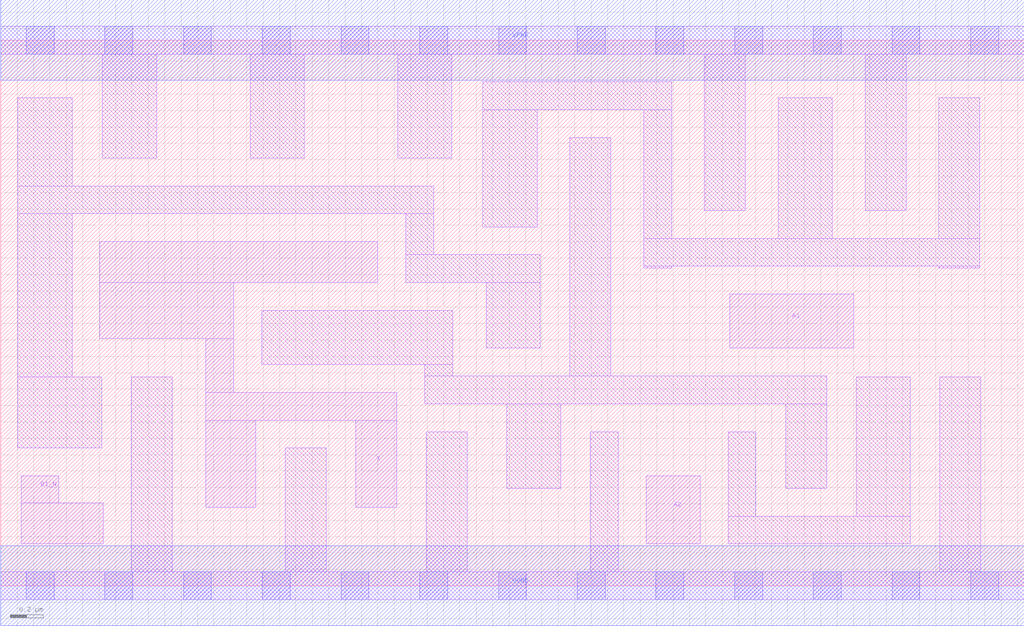
<source format=lef>
# Copyright 2020 The SkyWater PDK Authors
#
# Licensed under the Apache License, Version 2.0 (the "License");
# you may not use this file except in compliance with the License.
# You may obtain a copy of the License at
#
#     https://www.apache.org/licenses/LICENSE-2.0
#
# Unless required by applicable law or agreed to in writing, software
# distributed under the License is distributed on an "AS IS" BASIS,
# WITHOUT WARRANTIES OR CONDITIONS OF ANY KIND, either express or implied.
# See the License for the specific language governing permissions and
# limitations under the License.
#
# SPDX-License-Identifier: Apache-2.0

VERSION 5.7 ;
  NAMESCASESENSITIVE ON ;
  NOWIREEXTENSIONATPIN ON ;
  DIVIDERCHAR "/" ;
  BUSBITCHARS "[]" ;
UNITS
  DATABASE MICRONS 200 ;
END UNITS
MACRO sky130_fd_sc_hs__a21bo_4
  CLASS CORE ;
  SOURCE USER ;
  FOREIGN sky130_fd_sc_hs__a21bo_4 ;
  ORIGIN  0.000000  0.000000 ;
  SIZE  6.240000 BY  3.330000 ;
  SYMMETRY X Y ;
  SITE unit ;
  PIN A1
    ANTENNAGATEAREA  0.492000 ;
    DIRECTION INPUT ;
    USE SIGNAL ;
    PORT
      LAYER li1 ;
        RECT 4.445000 1.450000 5.200000 1.780000 ;
    END
  END A1
  PIN A2
    ANTENNAGATEAREA  0.492000 ;
    DIRECTION INPUT ;
    USE SIGNAL ;
    PORT
      LAYER li1 ;
        RECT 3.935000 0.255000 4.265000 0.670000 ;
    END
  END A2
  PIN B1_N
    ANTENNAGATEAREA  0.246000 ;
    DIRECTION INPUT ;
    USE SIGNAL ;
    PORT
      LAYER li1 ;
        RECT 0.125000 0.255000 0.625000 0.505000 ;
        RECT 0.125000 0.505000 0.355000 0.670000 ;
    END
  END B1_N
  PIN X
    ANTENNADIFFAREA  1.086400 ;
    DIRECTION OUTPUT ;
    USE SIGNAL ;
    PORT
      LAYER li1 ;
        RECT 0.605000 1.510000 1.420000 1.850000 ;
        RECT 0.605000 1.850000 2.300000 2.100000 ;
        RECT 1.250000 0.480000 1.555000 1.010000 ;
        RECT 1.250000 1.010000 2.415000 1.180000 ;
        RECT 1.250000 1.180000 1.420000 1.510000 ;
        RECT 2.165000 0.480000 2.415000 1.010000 ;
    END
  END X
  PIN VGND
    DIRECTION INOUT ;
    USE GROUND ;
    PORT
      LAYER met1 ;
        RECT 0.000000 -0.245000 6.240000 0.245000 ;
    END
  END VGND
  PIN VPWR
    DIRECTION INOUT ;
    USE POWER ;
    PORT
      LAYER met1 ;
        RECT 0.000000 3.085000 6.240000 3.575000 ;
    END
  END VPWR
  OBS
    LAYER li1 ;
      RECT 0.000000 -0.085000 6.240000 0.085000 ;
      RECT 0.000000  3.245000 6.240000 3.415000 ;
      RECT 0.105000  0.840000 0.615000 1.275000 ;
      RECT 0.105000  1.275000 0.435000 2.270000 ;
      RECT 0.105000  2.270000 2.640000 2.440000 ;
      RECT 0.105000  2.440000 0.435000 2.980000 ;
      RECT 0.620000  2.610000 0.950000 3.245000 ;
      RECT 0.795000  0.085000 1.045000 1.275000 ;
      RECT 1.520000  2.610000 1.850000 3.245000 ;
      RECT 1.590000  1.350000 2.755000 1.680000 ;
      RECT 1.735000  0.085000 1.985000 0.840000 ;
      RECT 2.420000  2.610000 2.750000 3.245000 ;
      RECT 2.470000  1.850000 3.290000 2.020000 ;
      RECT 2.470000  2.020000 2.640000 2.270000 ;
      RECT 2.585000  1.110000 5.035000 1.280000 ;
      RECT 2.585000  1.280000 2.755000 1.350000 ;
      RECT 2.595000  0.085000 2.845000 0.940000 ;
      RECT 2.940000  2.190000 3.270000 2.905000 ;
      RECT 2.940000  2.905000 4.090000 3.075000 ;
      RECT 2.960000  1.450000 3.290000 1.850000 ;
      RECT 3.085000  0.595000 3.415000 1.110000 ;
      RECT 3.470000  1.280000 3.720000 2.735000 ;
      RECT 3.595000  0.085000 3.765000 0.940000 ;
      RECT 3.920000  1.940000 4.090000 1.950000 ;
      RECT 3.920000  1.950000 5.970000 2.120000 ;
      RECT 3.920000  2.120000 4.090000 2.905000 ;
      RECT 4.290000  2.290000 4.540000 3.245000 ;
      RECT 4.435000  0.255000 5.545000 0.425000 ;
      RECT 4.435000  0.425000 4.605000 0.940000 ;
      RECT 4.740000  2.120000 5.070000 2.980000 ;
      RECT 4.785000  0.595000 5.035000 1.110000 ;
      RECT 5.215000  0.425000 5.545000 1.275000 ;
      RECT 5.270000  2.290000 5.520000 3.245000 ;
      RECT 5.720000  1.940000 5.970000 1.950000 ;
      RECT 5.720000  2.120000 5.970000 2.980000 ;
      RECT 5.725000  0.085000 5.975000 1.275000 ;
    LAYER mcon ;
      RECT 0.155000 -0.085000 0.325000 0.085000 ;
      RECT 0.155000  3.245000 0.325000 3.415000 ;
      RECT 0.635000 -0.085000 0.805000 0.085000 ;
      RECT 0.635000  3.245000 0.805000 3.415000 ;
      RECT 1.115000 -0.085000 1.285000 0.085000 ;
      RECT 1.115000  3.245000 1.285000 3.415000 ;
      RECT 1.595000 -0.085000 1.765000 0.085000 ;
      RECT 1.595000  3.245000 1.765000 3.415000 ;
      RECT 2.075000 -0.085000 2.245000 0.085000 ;
      RECT 2.075000  3.245000 2.245000 3.415000 ;
      RECT 2.555000 -0.085000 2.725000 0.085000 ;
      RECT 2.555000  3.245000 2.725000 3.415000 ;
      RECT 3.035000 -0.085000 3.205000 0.085000 ;
      RECT 3.035000  3.245000 3.205000 3.415000 ;
      RECT 3.515000 -0.085000 3.685000 0.085000 ;
      RECT 3.515000  3.245000 3.685000 3.415000 ;
      RECT 3.995000 -0.085000 4.165000 0.085000 ;
      RECT 3.995000  3.245000 4.165000 3.415000 ;
      RECT 4.475000 -0.085000 4.645000 0.085000 ;
      RECT 4.475000  3.245000 4.645000 3.415000 ;
      RECT 4.955000 -0.085000 5.125000 0.085000 ;
      RECT 4.955000  3.245000 5.125000 3.415000 ;
      RECT 5.435000 -0.085000 5.605000 0.085000 ;
      RECT 5.435000  3.245000 5.605000 3.415000 ;
      RECT 5.915000 -0.085000 6.085000 0.085000 ;
      RECT 5.915000  3.245000 6.085000 3.415000 ;
  END
END sky130_fd_sc_hs__a21bo_4

</source>
